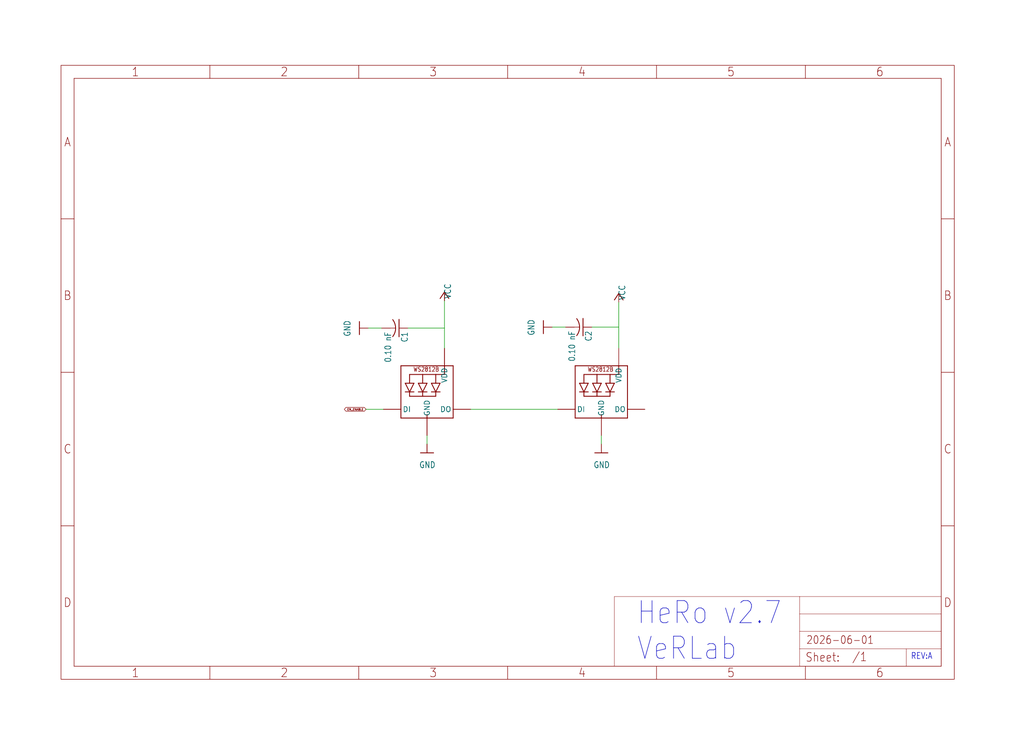
<source format=kicad_sch>
(kicad_sch (version 20250114) (generator "eeschema") (generator_version "9.0")
  (paper "User" 298.45 217.322)
  (lib_symbols
    (symbol "board-eagle-import:adafruit_420_C-USC0603"
      (property "Reference" "C" (at 1.016 0.635 0))
      (symbol "adafruit_420_C-USC0603_1_0"
        (polyline (pts (xy -2.54 0) (xy 2.54 0)) (stroke (width 0.254)))
        (arc (start 0 -1) (mid 1.3158 -1.2195) (end 2.4892 -1.8541) (stroke (width 0.254)))
        (arc (start -2.4668 -1.8504) (mid -1.302 -1.2303) (end 0 -1.0161) (stroke (width 0.254)))
        (polyline (pts (xy 0 -1.016) (xy 0 -2.54)) (stroke (width 0.1524)))
        (pin passive line (at 0 2.54 270) (length 2.54) (name "1") (number "1"))
        (pin passive line (at 0 -5.08 90) (length 2.54) (name "2") (number "2"))
      )
    )
    (symbol "board-eagle-import:adafruit_420_WS2812B5050"
      (symbol "adafruit_420_WS2812B5050_1_0"
        (polyline (pts (xy -7.62 10.16) (xy -7.62 -2.54)) (stroke (width 0.254)))
        (polyline (pts (xy -7.62 -2.54) (xy -7.62 -5.08)) (stroke (width 0.254)))
        (polyline (pts (xy -7.62 -5.08) (xy 0 -5.08)) (stroke (width 0.254)))
        (polyline (pts (xy -6.35 5.08) (xy -5.08 5.08)) (stroke (width 0.254)))
        (polyline (pts (xy -6.35 2.54) (xy -5.08 2.54)) (stroke (width 0.254)))
        (polyline (pts (xy -5.08 7.62) (xy -5.08 5.08)) (stroke (width 0.254)))
        (polyline (pts (xy -5.08 5.08) (xy -3.81 5.08)) (stroke (width 0.254)))
        (polyline (pts (xy -5.08 2.54) (xy -6.35 5.08)) (stroke (width 0.254)))
        (polyline (pts (xy -5.08 2.54) (xy -5.08 1.27)) (stroke (width 0.254)))
        (polyline (pts (xy -5.08 2.54) (xy -3.81 5.08)) (stroke (width 0.254)))
        (polyline (pts (xy -3.81 2.54) (xy -5.08 2.54)) (stroke (width 0.254)))
        (polyline (pts (xy -2.54 5.08) (xy 0 5.08)) (stroke (width 0.254)))
        (polyline (pts (xy -2.54 2.54) (xy -1.27 2.54)) (stroke (width 0.254)))
        (polyline (pts (xy -1.27 7.62) (xy -5.08 7.62)) (stroke (width 0.254)))
        (polyline (pts (xy -1.27 5.08) (xy -1.27 7.62)) (stroke (width 0.254)))
        (polyline (pts (xy -1.27 2.54) (xy -2.54 5.08)) (stroke (width 0.254)))
        (polyline (pts (xy -1.27 2.54) (xy -1.27 1.27)) (stroke (width 0.254)))
        (polyline (pts (xy -1.27 2.54) (xy 0 2.54)) (stroke (width 0.254)))
        (polyline (pts (xy -1.27 1.27) (xy -5.08 1.27)) (stroke (width 0.254)))
        (polyline (pts (xy 0 5.08) (xy -1.27 2.54)) (stroke (width 0.254)))
        (polyline (pts (xy 0 -4.064) (xy 0 -5.08)) (stroke (width 0.254)))
        (polyline (pts (xy 0 -5.08) (xy 7.62 -5.08)) (stroke (width 0.254)))
        (polyline (pts (xy 1.27 5.08) (xy 2.54 5.08)) (stroke (width 0.254)))
        (polyline (pts (xy 1.27 5.08) (xy 2.54 2.54)) (stroke (width 0.254)))
        (polyline (pts (xy 2.54 7.62) (xy -1.27 7.62)) (stroke (width 0.254)))
        (polyline (pts (xy 2.54 7.62) (xy 5.08 7.62)) (stroke (width 0.254)))
        (polyline (pts (xy 2.54 5.08) (xy 2.54 7.62)) (stroke (width 0.254)))
        (polyline (pts (xy 2.54 2.54) (xy 1.27 2.54)) (stroke (width 0.254)))
        (polyline (pts (xy 2.54 2.54) (xy 2.54 1.27)) (stroke (width 0.254)))
        (polyline (pts (xy 2.54 2.54) (xy 3.81 5.08)) (stroke (width 0.254)))
        (polyline (pts (xy 2.54 2.54) (xy 3.81 2.54)) (stroke (width 0.254)))
        (polyline (pts (xy 2.54 1.27) (xy -1.27 1.27)) (stroke (width 0.254)))
        (polyline (pts (xy 3.81 5.08) (xy 2.54 5.08)) (stroke (width 0.254)))
        (polyline (pts (xy 5.08 10.16) (xy -7.62 10.16)) (stroke (width 0.254)))
        (polyline (pts (xy 5.08 10.16) (xy 5.08 7.62)) (stroke (width 0.254)))
        (polyline (pts (xy 7.62 10.16) (xy 5.08 10.16)) (stroke (width 0.254)))
        (polyline (pts (xy 7.62 -2.54) (xy 7.62 10.16)) (stroke (width 0.254)))
        (polyline (pts (xy 7.62 -5.08) (xy 7.62 -2.54)) (stroke (width 0.254)))
        (text "WS2812B" (at -4.064 8.382 0) (effects (font (size 1.27 1.0795)) (justify left bottom)))
        (pin input line (at -12.7 -2.54 0) (length 5.08) (name "DI") (number "4-DIN"))
        (pin power_in line (at 0 -10.16 90) (length 5.08) (name "GND") (number "3-GND"))
        (pin power_in line (at 5.08 15.24 270) (length 5.08) (name "VDD") (number "1-VDD"))
        (pin output line (at 12.7 -2.54 180) (length 5.08) (name "DO") (number "2-DOUT"))
      )
    )
    (symbol "board-eagle-import:frames_229_A4L-LOC"
      (symbol "frames_229_A4L-LOC_1_0"
        (polyline (pts (xy 0 179.07) (xy 260.35 179.07) (xy 260.35 0) (xy 0 0) (xy 0 179.07)))
        (polyline (pts (xy 0 134.3025) (xy 3.81 134.3025)))
        (polyline (pts (xy 0 89.535) (xy 3.81 89.535)))
        (polyline (pts (xy 0 44.7675) (xy 3.81 44.7675)))
        (polyline (pts (xy 3.81 175.26) (xy 3.81 3.81)))
        (polyline (pts (xy 43.3917 179.07) (xy 43.3917 175.26)))
        (polyline (pts (xy 43.3917 3.81) (xy 43.3917 0)))
        (polyline (pts (xy 86.7833 179.07) (xy 86.7833 175.26)))
        (polyline (pts (xy 86.7833 3.81) (xy 86.7833 0)))
        (polyline (pts (xy 130.175 179.07) (xy 130.175 175.26)))
        (polyline (pts (xy 130.175 3.81) (xy 130.175 0)))
        (polyline (pts (xy 161.29 24.13) (xy 215.265 24.13)) (stroke (width 0.1016)))
        (polyline (pts (xy 161.29 3.81) (xy 161.29 24.13)) (stroke (width 0.1016)))
        (polyline (pts (xy 173.5667 179.07) (xy 173.5667 175.26)))
        (polyline (pts (xy 173.5667 3.81) (xy 173.5667 0)))
        (polyline (pts (xy 215.265 24.13) (xy 256.54 24.13)) (stroke (width 0.1016)))
        (polyline (pts (xy 215.265 19.05) (xy 215.265 24.13)) (stroke (width 0.1016)))
        (polyline (pts (xy 215.265 19.05) (xy 256.54 19.05)) (stroke (width 0.1016)))
        (polyline (pts (xy 215.265 13.97) (xy 215.265 19.05)) (stroke (width 0.1016)))
        (polyline (pts (xy 215.265 13.97) (xy 256.54 13.97)) (stroke (width 0.1016)))
        (polyline (pts (xy 215.265 8.89) (xy 215.265 13.97)) (stroke (width 0.1016)))
        (polyline (pts (xy 215.265 8.89) (xy 215.265 3.81)) (stroke (width 0.1016)))
        (polyline (pts (xy 216.9583 179.07) (xy 216.9583 175.26)))
        (polyline (pts (xy 216.9583 3.81) (xy 216.9583 0)))
        (polyline (pts (xy 246.38 8.89) (xy 215.265 8.89)) (stroke (width 0.1016)))
        (polyline (pts (xy 246.38 8.89) (xy 256.54 8.89)) (stroke (width 0.1016)))
        (polyline (pts (xy 246.38 3.81) (xy 246.38 8.89)) (stroke (width 0.1016)))
        (polyline (pts (xy 256.54 175.26) (xy 3.81 175.26)))
        (polyline (pts (xy 256.54 175.26) (xy 256.54 3.81)))
        (polyline (pts (xy 256.54 134.3025) (xy 260.35 134.3025)))
        (polyline (pts (xy 256.54 89.535) (xy 260.35 89.535)))
        (polyline (pts (xy 256.54 44.7675) (xy 260.35 44.7675)))
        (polyline (pts (xy 256.54 19.05) (xy 256.54 24.13)) (stroke (width 0.1016)))
        (polyline (pts (xy 256.54 13.97) (xy 256.54 19.05)) (stroke (width 0.1016)))
        (polyline (pts (xy 256.54 8.89) (xy 256.54 13.97)) (stroke (width 0.1016)))
        (polyline (pts (xy 256.54 3.81) (xy 3.81 3.81)))
        (polyline (pts (xy 256.54 3.81) (xy 256.54 8.89)) (stroke (width 0.1016)))
        (text "A" (at 1.905 156.6863 0) (effects (font (size 2.54 2.286))))
        (text "B" (at 1.905 111.9188 0) (effects (font (size 2.54 2.286))))
        (text "C" (at 1.905 67.1513 0) (effects (font (size 2.54 2.286))))
        (text "D" (at 1.905 22.3838 0) (effects (font (size 2.54 2.286))))
        (text "1" (at 21.6958 177.165 0) (effects (font (size 2.54 2.286))))
        (text "1" (at 21.6958 1.905 0) (effects (font (size 2.54 2.286))))
        (text "2" (at 65.0875 177.165 0) (effects (font (size 2.54 2.286))))
        (text "2" (at 65.0875 1.905 0) (effects (font (size 2.54 2.286))))
        (text "3" (at 108.4792 177.165 0) (effects (font (size 2.54 2.286))))
        (text "3" (at 108.4792 1.905 0) (effects (font (size 2.54 2.286))))
        (text "4" (at 151.8708 177.165 0) (effects (font (size 2.54 2.286))))
        (text "4" (at 151.8708 1.905 0) (effects (font (size 2.54 2.286))))
        (text "5" (at 195.2625 177.165 0) (effects (font (size 2.54 2.286))))
        (text "5" (at 195.2625 1.905 0) (effects (font (size 2.54 2.286))))
        (text "Sheet:" (at 216.916 4.953 0) (effects (font (size 2.54 2.159)) (justify left bottom)))
        (text "${PROJECTNAME}" (at 217.17 15.24 0) (effects (font (size 2.54 2.159)) (justify left bottom)))
        (text "${CURRENT_DATE}" (at 217.17 10.16 0) (effects (font (size 2.286 1.9431)) (justify left bottom)))
        (text "${#}/${##}" (at 230.505 5.08 0) (effects (font (size 2.54 2.159)) (justify left bottom)))
        (text "6" (at 238.6542 177.165 0) (effects (font (size 2.54 2.286))))
        (text "6" (at 238.6542 1.905 0) (effects (font (size 2.54 2.286))))
        (text "A" (at 258.445 156.6863 0) (effects (font (size 2.54 2.286))))
        (text "B" (at 258.445 111.9188 0) (effects (font (size 2.54 2.286))))
        (text "C" (at 258.445 67.1513 0) (effects (font (size 2.54 2.286))))
        (text "D" (at 258.445 22.3838 0) (effects (font (size 2.54 2.286))))
      )
    )
    (symbol "board-eagle-import:supply1_371_GND" (power)
      (symbol "supply1_371_GND_1_0"
        (polyline (pts (xy -1.905 0) (xy 1.905 0)) (stroke (width 0.254)))
        (pin power_in line (at 0 2.54 270) (length 2.54) (name "GND") (number "1"))
      )
    )
    (symbol "board-eagle-import:supply1_371_VCC" (power)
      (symbol "supply1_371_VCC_1_0"
        (polyline (pts (xy 0 0) (xy -1.27 -1.905)) (stroke (width 0.254)))
        (polyline (pts (xy 1.27 -1.905) (xy 0 0)) (stroke (width 0.254)))
        (pin power_in line (at 0 -2.54 90) (length 2.54) (name "VCC") (number "1"))
      )
    )
  )
  (text "HeRo v2.7\nVeRLab" (at 185.5 193.04 0) (effects (font (size 6.4516 5.4838)) (justify left bottom)))
  (text "REV:A" (at 265.43 192.532 0) (effects (font (size 1.778 1.5113)) (justify left bottom)))
  (wire (pts (xy 107.2896 95.6818) (xy 111.2266 95.6818)) (stroke (width 0.1524)))
  (wire (pts (xy 129.54 87.7062) (xy 129.54 101.6)) (stroke (width 0.1524)))
  (wire (pts (xy 137.16 119.38) (xy 162.56 119.38)) (stroke (width 0.1524)))
  (wire (pts (xy 175.26 129.54) (xy 175.26 127)) (stroke (width 0.1524)))
  (wire (pts (xy 124.46 129.54) (xy 124.46 127)) (stroke (width 0.1524)))
  (wire (pts (xy 180.34 88.1126) (xy 180.34 101.6)) (stroke (width 0.1524)))
  (wire (pts (xy 160.909 95.4024) (xy 164.846 95.4024)) (stroke (width 0.1524)))
  (wire (pts (xy 172.466 95.4024) (xy 180.34 95.4024)) (stroke (width 0.1524)))
  (wire (pts (xy 111.76 119.38) (xy 106.68 119.38)) (stroke (width 0.1524)))
  (wire (pts (xy 118.8466 95.6818) (xy 129.54 95.6818)) (stroke (width 0.1524)))
  (global_label "EM_ENABLE" (shape bidirectional) (at 106.68 119.38 180) (effects (font (size 0.569 0.569))) (property "Intersheetrefs" "${INTERSHEET_REFS}" (effects (hide yes))))
  (symbol (lib_id "board-eagle-import:adafruit_420_WS2812B5050") (at 124.46 116.84 0) (unit 1)
    (property "Reference" "LED0" (effects (hide yes)))
    (property "Value" "WS2812B5050" (effects (hide yes)))
    (property "Footprint" "board:WS2812B" (effects (hide yes)))
  )
  (symbol (lib_id "board-eagle-import:frames_229_A4L-LOC") (at 17.78 198.12 0) (unit 1)
    (property "Reference" "#FRAME3" (effects (hide yes)))
    (property "Value" "A4L-LOC" (effects (hide yes)))
    (property "TITLE" "LED RGB" (effects (hide yes)))
  )
  (symbol (lib_id "board-eagle-import:adafruit_420_C-USC0603") (at 116.3066 95.6818 270) (unit 1)
    (property "Reference" "C1" (at 116.9416 96.6978 0) (effects (font (size 1.778 1.5113)) (justify left bottom)))
    (property "Value" "0.10 nF" (at 112.1156 96.6978 0) (effects (font (size 1.778 1.5113)) (justify left bottom)))
    (property "Footprint" "board:C0603_348" (effects (hide yes)))
  )
  (symbol (lib_id "board-eagle-import:supply1_371_VCC") (at 129.54 85.1662 0) (unit 1)
    (property "Reference" "#P+3" (effects (hide yes)))
    (property "Value" "VCC" (at 129.54 82.6262 90) (effects (font (size 1.778 1.5113)) (justify right top)))
  )
  (symbol (lib_id "board-eagle-import:supply1_371_GND") (at 158.369 95.4024 270) (unit 1)
    (property "Reference" "#GND17" (effects (hide yes)))
    (property "Value" "GND" (at 155.829 97.9424 0) (effects (font (size 1.778 1.5113)) (justify right top)))
  )
  (symbol (lib_id "board-eagle-import:supply1_371_GND") (at 124.46 132.08 0) (unit 1)
    (property "Reference" "#GND3" (effects (hide yes)))
    (property "Value" "GND" (at 127 134.62 0) (effects (font (size 1.778 1.5113)) (justify right top)))
  )
  (symbol (lib_id "board-eagle-import:adafruit_420_WS2812B5050") (at 175.26 116.84 0) (unit 1)
    (property "Reference" "LED1" (effects (hide yes)))
    (property "Value" "WS2812B5050" (effects (hide yes)))
    (property "Footprint" "board:WS2812B" (effects (hide yes)))
  )
  (symbol (lib_id "board-eagle-import:supply1_371_GND") (at 104.7496 95.6818 270) (unit 1)
    (property "Reference" "#GND16" (effects (hide yes)))
    (property "Value" "GND" (at 102.2096 98.2218 0) (effects (font (size 1.778 1.5113)) (justify right top)))
  )
  (symbol (lib_id "board-eagle-import:adafruit_420_C-USC0603") (at 169.926 95.4024 270) (unit 1)
    (property "Reference" "C2" (at 170.561 96.4184 0) (effects (font (size 1.778 1.5113)) (justify left bottom)))
    (property "Value" "0.10 nF" (at 165.735 96.4184 0) (effects (font (size 1.778 1.5113)) (justify left bottom)))
    (property "Footprint" "board:C0603_348" (effects (hide yes)))
  )
  (symbol (lib_id "board-eagle-import:supply1_371_VCC") (at 180.34 85.5726 0) (unit 1)
    (property "Reference" "#P+4" (effects (hide yes)))
    (property "Value" "VCC" (at 180.34 83.0326 90) (effects (font (size 1.778 1.5113)) (justify right top)))
  )
  (symbol (lib_id "board-eagle-import:supply1_371_GND") (at 175.26 132.08 0) (unit 1)
    (property "Reference" "#GND10" (effects (hide yes)))
    (property "Value" "GND" (at 177.8 134.62 0) (effects (font (size 1.778 1.5113)) (justify right top)))
  )
)
</source>
